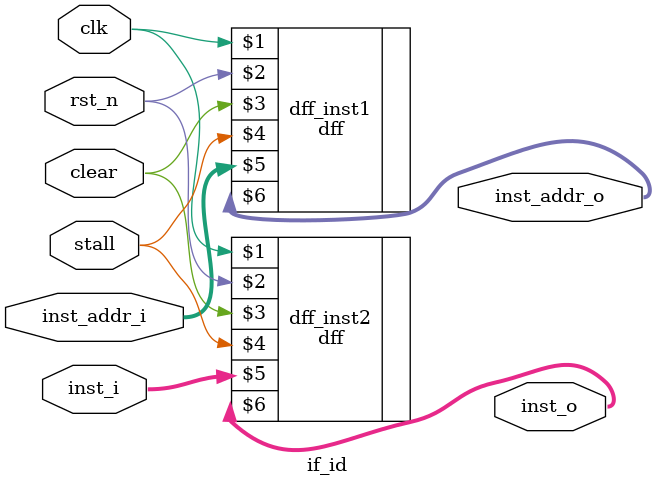
<source format=v>
/*** 
 * Author: Stephen Dai
 * 教程链接：https://blog.csdn.net/weixin_45774715/category_12433521.html
 * FilePath: if_id.v
 * Description: IF/ID流水线寄存器堆模块，将指令地址、指令打一拍输出
 * 
 */

module if_id(
    input  clk                  ,
    input  rst_n                ,
    input  clear                ,
    input  stall                ,
    input  [31:0] inst_i        ,
    input  [31:0] inst_addr_i   ,
    output [31:0] inst_o        ,
    output [31:0] inst_addr_o

);

dff #(32) dff_inst1 (clk,rst_n,clear,stall,inst_addr_i,inst_addr_o)   ;
dff #(32) dff_inst2 (clk,rst_n,clear,stall,inst_i,inst_o)             ;

endmodule

</source>
